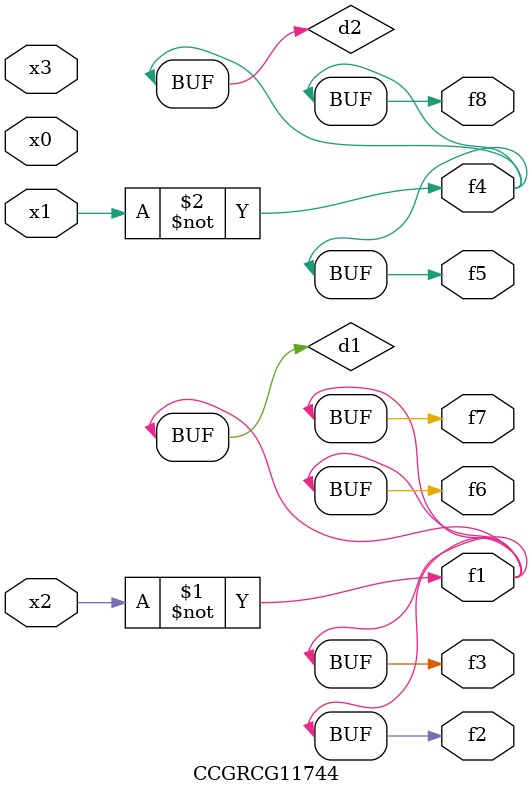
<source format=v>
module CCGRCG11744(
	input x0, x1, x2, x3,
	output f1, f2, f3, f4, f5, f6, f7, f8
);

	wire d1, d2;

	xnor (d1, x2);
	not (d2, x1);
	assign f1 = d1;
	assign f2 = d1;
	assign f3 = d1;
	assign f4 = d2;
	assign f5 = d2;
	assign f6 = d1;
	assign f7 = d1;
	assign f8 = d2;
endmodule

</source>
